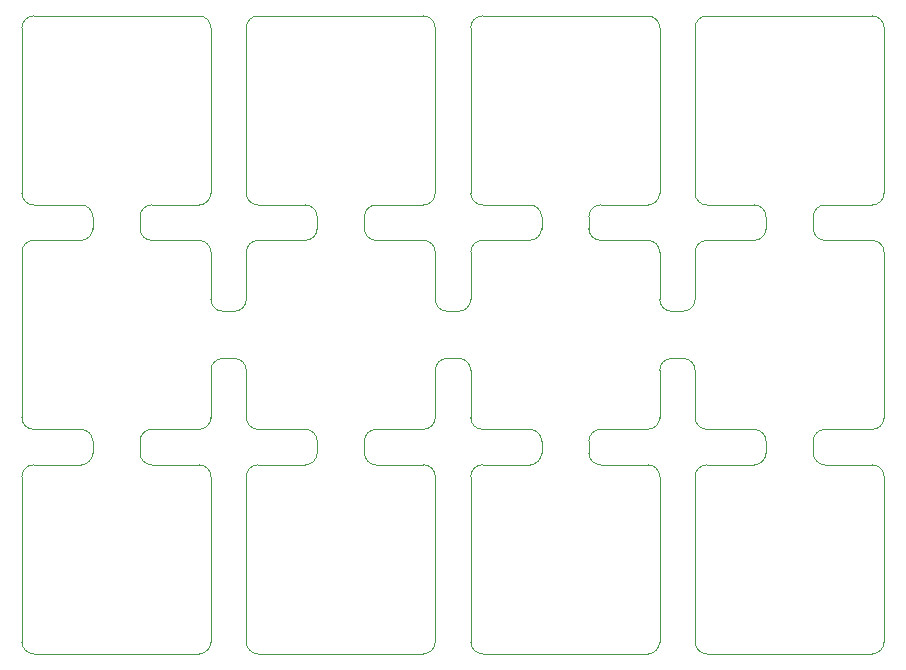
<source format=gbr>
%TF.GenerationSoftware,KiCad,Pcbnew,(5.1.9-0-10_14)*%
%TF.CreationDate,2021-09-25T06:11:46-07:00*%
%TF.ProjectId,MX-KEY-SWITCH-BOARD,4d582d4b-4559-42d5-9357-495443482d42,rev?*%
%TF.SameCoordinates,Original*%
%TF.FileFunction,Profile,NP*%
%FSLAX46Y46*%
G04 Gerber Fmt 4.6, Leading zero omitted, Abs format (unit mm)*
G04 Created by KiCad (PCBNEW (5.1.9-0-10_14)) date 2021-09-25 06:11:46*
%MOMM*%
%LPD*%
G01*
G04 APERTURE LIST*
%TA.AperFunction,Profile*%
%ADD10C,0.050000*%
%TD*%
G04 APERTURE END LIST*
D10*
X49000000Y-31000000D02*
X49000000Y-45000000D01*
X46000000Y-31000000D02*
X46000000Y-45000000D01*
X30000000Y-31000000D02*
X30000000Y-45000000D01*
X27000000Y-31000000D02*
X27000000Y-45000000D01*
X16000000Y-46000000D02*
X22000000Y-46000000D01*
X11000000Y-31000000D02*
X11000000Y-45000000D01*
X8000000Y-45000000D02*
X8000000Y-31000000D01*
X-3000000Y-46000000D02*
X7000000Y-46000000D01*
X-8000000Y-35000000D02*
X-8000000Y-41000000D01*
X-8000000Y-16000000D02*
X-8000000Y-22000000D01*
X45000000Y-46000000D02*
X31000000Y-46000000D01*
X64000000Y-46000000D02*
X50000000Y-46000000D01*
X65000000Y-45000000D02*
X65000000Y-31000000D01*
X65000000Y-22000000D02*
X65000000Y-12000000D01*
X65000000Y3000000D02*
X65000000Y-3000000D01*
X54000000Y8000000D02*
X60000000Y8000000D01*
X49000000Y3000000D02*
X49000000Y-3000000D01*
X46000000Y3000000D02*
X46000000Y-3000000D01*
X35000000Y8000000D02*
X41000000Y8000000D01*
X65000000Y7000000D02*
X65000000Y3000000D01*
X65000000Y-3000000D02*
X65000000Y-7000000D01*
X16000000Y8000000D02*
X22000000Y8000000D01*
X-8000000Y3000000D02*
X-8000000Y-3000000D01*
X-3000000Y8000000D02*
X3000000Y8000000D01*
X11000000Y3000000D02*
X11000000Y-3000000D01*
X8000000Y3000000D02*
X8000000Y-3000000D01*
X30000000Y3000000D02*
X30000000Y-3000000D01*
X27000000Y-3000000D02*
X27000000Y3000000D01*
X-2000000Y-28000000D02*
X-2000000Y-29000000D01*
X2000000Y-28000000D02*
X2000000Y-29000000D01*
X17000000Y-28000000D02*
X17000000Y-29000000D01*
X10000000Y-21000000D02*
X9000000Y-21000000D01*
X10000000Y-17000000D02*
X9000000Y-17000000D01*
X29000000Y-17000000D02*
X28000000Y-17000000D01*
X29000000Y-21000000D02*
X28000000Y-21000000D01*
X21000000Y-28000000D02*
X21000000Y-29000000D01*
X36000000Y-29000000D02*
X36000000Y-28000000D01*
X40000000Y-28000000D02*
X40000000Y-29000000D01*
X48000000Y-21000000D02*
X47000000Y-21000000D01*
X55000000Y-28000000D02*
X55000000Y-29000000D01*
X59000000Y-28000000D02*
X59000000Y-29000000D01*
X59000000Y-9000000D02*
X59000000Y-10000000D01*
X55000000Y-9000000D02*
X55000000Y-10000000D01*
X47000000Y-17000000D02*
X48000000Y-17000000D01*
X40000000Y-9000000D02*
X40000000Y-10000000D01*
X36000000Y-9000000D02*
X36000000Y-10000000D01*
X21000000Y-9000000D02*
X21000000Y-10000000D01*
X17000000Y-9000000D02*
X17000000Y-10000000D01*
X49000000Y-31000000D02*
G75*
G02*
X50000000Y-30000000I1000000J0D01*
G01*
X64000000Y-30000000D02*
G75*
G02*
X65000000Y-31000000I0J-1000000D01*
G01*
X65000000Y-45000000D02*
G75*
G02*
X64000000Y-46000000I-1000000J0D01*
G01*
X50000000Y-46000000D02*
G75*
G02*
X49000000Y-45000000I0J1000000D01*
G01*
X55000000Y-29000000D02*
G75*
G02*
X54000000Y-30000000I-1000000J0D01*
G01*
X50000000Y-30000000D02*
X54000000Y-30000000D01*
X60000000Y-30000000D02*
X64000000Y-30000000D01*
X60000000Y-30000000D02*
G75*
G02*
X59000000Y-29000000I0J1000000D01*
G01*
X30000000Y-31000000D02*
G75*
G02*
X31000000Y-30000000I1000000J0D01*
G01*
X45000000Y-30000000D02*
G75*
G02*
X46000000Y-31000000I0J-1000000D01*
G01*
X46000000Y-45000000D02*
G75*
G02*
X45000000Y-46000000I-1000000J0D01*
G01*
X31000000Y-46000000D02*
G75*
G02*
X30000000Y-45000000I0J1000000D01*
G01*
X36000000Y-29000000D02*
G75*
G02*
X35000000Y-30000000I-1000000J0D01*
G01*
X31000000Y-30000000D02*
X35000000Y-30000000D01*
X41000000Y-30000000D02*
X45000000Y-30000000D01*
X41000000Y-30000000D02*
G75*
G02*
X40000000Y-29000000I0J1000000D01*
G01*
X11000000Y-31000000D02*
G75*
G02*
X12000000Y-30000000I1000000J0D01*
G01*
X26000000Y-30000000D02*
G75*
G02*
X27000000Y-31000000I0J-1000000D01*
G01*
X27000000Y-45000000D02*
G75*
G02*
X26000000Y-46000000I-1000000J0D01*
G01*
X12000000Y-46000000D02*
G75*
G02*
X11000000Y-45000000I0J1000000D01*
G01*
X26000000Y-46000000D02*
X22000000Y-46000000D01*
X16000000Y-46000000D02*
X12000000Y-46000000D01*
X17000000Y-29000000D02*
G75*
G02*
X16000000Y-30000000I-1000000J0D01*
G01*
X12000000Y-30000000D02*
X16000000Y-30000000D01*
X22000000Y-30000000D02*
X26000000Y-30000000D01*
X22000000Y-30000000D02*
G75*
G02*
X21000000Y-29000000I0J1000000D01*
G01*
X-8000000Y-31000000D02*
G75*
G02*
X-7000000Y-30000000I1000000J0D01*
G01*
X7000000Y-30000000D02*
G75*
G02*
X8000000Y-31000000I0J-1000000D01*
G01*
X8000000Y-45000000D02*
G75*
G02*
X7000000Y-46000000I-1000000J0D01*
G01*
X-7000000Y-46000000D02*
G75*
G02*
X-8000000Y-45000000I0J1000000D01*
G01*
X-8000000Y-35000000D02*
X-8000000Y-31000000D01*
X-8000000Y-45000000D02*
X-8000000Y-41000000D01*
X-3000000Y-46000000D02*
X-7000000Y-46000000D01*
X-2000000Y-29000000D02*
G75*
G02*
X-3000000Y-30000000I-1000000J0D01*
G01*
X-7000000Y-30000000D02*
X-3000000Y-30000000D01*
X3000000Y-30000000D02*
X7000000Y-30000000D01*
X3000000Y-30000000D02*
G75*
G02*
X2000000Y-29000000I0J1000000D01*
G01*
X49000000Y-12000000D02*
G75*
G02*
X50000000Y-11000000I1000000J0D01*
G01*
X64000000Y-11000000D02*
G75*
G02*
X65000000Y-12000000I0J-1000000D01*
G01*
X65000000Y-26000000D02*
G75*
G02*
X64000000Y-27000000I-1000000J0D01*
G01*
X50000000Y-27000000D02*
G75*
G02*
X49000000Y-26000000I0J1000000D01*
G01*
X49000000Y-16000000D02*
X49000000Y-12000000D01*
X49000000Y-26000000D02*
X49000000Y-22000000D01*
X49000000Y-16000000D02*
G75*
G02*
X48000000Y-17000000I-1000000J0D01*
G01*
X48000000Y-21000000D02*
G75*
G02*
X49000000Y-22000000I0J-1000000D01*
G01*
X59000000Y-28000000D02*
G75*
G02*
X60000000Y-27000000I1000000J0D01*
G01*
X64000000Y-27000000D02*
X60000000Y-27000000D01*
X54000000Y-27000000D02*
X50000000Y-27000000D01*
X54000000Y-27000000D02*
G75*
G02*
X55000000Y-28000000I0J-1000000D01*
G01*
X65000000Y-22000000D02*
X65000000Y-26000000D01*
X55000000Y-10000000D02*
G75*
G02*
X54000000Y-11000000I-1000000J0D01*
G01*
X50000000Y-11000000D02*
X54000000Y-11000000D01*
X60000000Y-11000000D02*
X64000000Y-11000000D01*
X60000000Y-11000000D02*
G75*
G02*
X59000000Y-10000000I0J1000000D01*
G01*
X30000000Y-12000000D02*
G75*
G02*
X31000000Y-11000000I1000000J0D01*
G01*
X45000000Y-11000000D02*
G75*
G02*
X46000000Y-12000000I0J-1000000D01*
G01*
X46000000Y-26000000D02*
G75*
G02*
X45000000Y-27000000I-1000000J0D01*
G01*
X31000000Y-27000000D02*
G75*
G02*
X30000000Y-26000000I0J1000000D01*
G01*
X30000000Y-16000000D02*
X30000000Y-12000000D01*
X30000000Y-26000000D02*
X30000000Y-22000000D01*
X30000000Y-16000000D02*
G75*
G02*
X29000000Y-17000000I-1000000J0D01*
G01*
X29000000Y-21000000D02*
G75*
G02*
X30000000Y-22000000I0J-1000000D01*
G01*
X40000000Y-28000000D02*
G75*
G02*
X41000000Y-27000000I1000000J0D01*
G01*
X45000000Y-27000000D02*
X41000000Y-27000000D01*
X35000000Y-27000000D02*
X31000000Y-27000000D01*
X35000000Y-27000000D02*
G75*
G02*
X36000000Y-28000000I0J-1000000D01*
G01*
X47000000Y-17000000D02*
G75*
G02*
X46000000Y-16000000I0J1000000D01*
G01*
X46000000Y-12000000D02*
X46000000Y-16000000D01*
X46000000Y-22000000D02*
X46000000Y-26000000D01*
X46000000Y-22000000D02*
G75*
G02*
X47000000Y-21000000I1000000J0D01*
G01*
X36000000Y-10000000D02*
G75*
G02*
X35000000Y-11000000I-1000000J0D01*
G01*
X31000000Y-11000000D02*
X35000000Y-11000000D01*
X41000000Y-11000000D02*
X45000000Y-11000000D01*
X41000000Y-11000000D02*
G75*
G02*
X40000000Y-10000000I0J1000000D01*
G01*
X11000000Y-12000000D02*
G75*
G02*
X12000000Y-11000000I1000000J0D01*
G01*
X26000000Y-11000000D02*
G75*
G02*
X27000000Y-12000000I0J-1000000D01*
G01*
X27000000Y-26000000D02*
G75*
G02*
X26000000Y-27000000I-1000000J0D01*
G01*
X12000000Y-27000000D02*
G75*
G02*
X11000000Y-26000000I0J1000000D01*
G01*
X11000000Y-16000000D02*
X11000000Y-12000000D01*
X11000000Y-26000000D02*
X11000000Y-22000000D01*
X11000000Y-16000000D02*
G75*
G02*
X10000000Y-17000000I-1000000J0D01*
G01*
X10000000Y-21000000D02*
G75*
G02*
X11000000Y-22000000I0J-1000000D01*
G01*
X21000000Y-28000000D02*
G75*
G02*
X22000000Y-27000000I1000000J0D01*
G01*
X26000000Y-27000000D02*
X22000000Y-27000000D01*
X16000000Y-27000000D02*
X12000000Y-27000000D01*
X16000000Y-27000000D02*
G75*
G02*
X17000000Y-28000000I0J-1000000D01*
G01*
X28000000Y-17000000D02*
G75*
G02*
X27000000Y-16000000I0J1000000D01*
G01*
X27000000Y-12000000D02*
X27000000Y-16000000D01*
X27000000Y-22000000D02*
X27000000Y-26000000D01*
X27000000Y-22000000D02*
G75*
G02*
X28000000Y-21000000I1000000J0D01*
G01*
X17000000Y-10000000D02*
G75*
G02*
X16000000Y-11000000I-1000000J0D01*
G01*
X12000000Y-11000000D02*
X16000000Y-11000000D01*
X22000000Y-11000000D02*
X26000000Y-11000000D01*
X22000000Y-11000000D02*
G75*
G02*
X21000000Y-10000000I0J1000000D01*
G01*
X-8000000Y-12000000D02*
G75*
G02*
X-7000000Y-11000000I1000000J0D01*
G01*
X7000000Y-11000000D02*
G75*
G02*
X8000000Y-12000000I0J-1000000D01*
G01*
X8000000Y-26000000D02*
G75*
G02*
X7000000Y-27000000I-1000000J0D01*
G01*
X-7000000Y-27000000D02*
G75*
G02*
X-8000000Y-26000000I0J1000000D01*
G01*
X-8000000Y-16000000D02*
X-8000000Y-12000000D01*
X-8000000Y-26000000D02*
X-8000000Y-22000000D01*
X2000000Y-28000000D02*
G75*
G02*
X3000000Y-27000000I1000000J0D01*
G01*
X7000000Y-27000000D02*
X3000000Y-27000000D01*
X-3000000Y-27000000D02*
X-7000000Y-27000000D01*
X-3000000Y-27000000D02*
G75*
G02*
X-2000000Y-28000000I0J-1000000D01*
G01*
X9000000Y-17000000D02*
G75*
G02*
X8000000Y-16000000I0J1000000D01*
G01*
X8000000Y-12000000D02*
X8000000Y-16000000D01*
X8000000Y-22000000D02*
X8000000Y-26000000D01*
X8000000Y-22000000D02*
G75*
G02*
X9000000Y-21000000I1000000J0D01*
G01*
X-2000000Y-10000000D02*
G75*
G02*
X-3000000Y-11000000I-1000000J0D01*
G01*
X-7000000Y-11000000D02*
X-3000000Y-11000000D01*
X3000000Y-11000000D02*
X7000000Y-11000000D01*
X3000000Y-11000000D02*
G75*
G02*
X2000000Y-10000000I0J1000000D01*
G01*
X49000000Y7000000D02*
G75*
G02*
X50000000Y8000000I1000000J0D01*
G01*
X64000000Y8000000D02*
G75*
G02*
X65000000Y7000000I0J-1000000D01*
G01*
X65000000Y-7000000D02*
G75*
G02*
X64000000Y-8000000I-1000000J0D01*
G01*
X50000000Y-8000000D02*
G75*
G02*
X49000000Y-7000000I0J1000000D01*
G01*
X49000000Y3000000D02*
X49000000Y7000000D01*
X49000000Y-7000000D02*
X49000000Y-3000000D01*
X59000000Y-9000000D02*
G75*
G02*
X60000000Y-8000000I1000000J0D01*
G01*
X64000000Y-8000000D02*
X60000000Y-8000000D01*
X54000000Y-8000000D02*
X50000000Y-8000000D01*
X54000000Y-8000000D02*
G75*
G02*
X55000000Y-9000000I0J-1000000D01*
G01*
X50000000Y8000000D02*
X54000000Y8000000D01*
X60000000Y8000000D02*
X64000000Y8000000D01*
X30000000Y7000000D02*
G75*
G02*
X31000000Y8000000I1000000J0D01*
G01*
X45000000Y8000000D02*
G75*
G02*
X46000000Y7000000I0J-1000000D01*
G01*
X46000000Y-7000000D02*
G75*
G02*
X45000000Y-8000000I-1000000J0D01*
G01*
X31000000Y-8000000D02*
G75*
G02*
X30000000Y-7000000I0J1000000D01*
G01*
X30000000Y3000000D02*
X30000000Y7000000D01*
X30000000Y-7000000D02*
X30000000Y-3000000D01*
X40000000Y-9000000D02*
G75*
G02*
X41000000Y-8000000I1000000J0D01*
G01*
X45000000Y-8000000D02*
X41000000Y-8000000D01*
X35000000Y-8000000D02*
X31000000Y-8000000D01*
X35000000Y-8000000D02*
G75*
G02*
X36000000Y-9000000I0J-1000000D01*
G01*
X46000000Y7000000D02*
X46000000Y3000000D01*
X46000000Y-3000000D02*
X46000000Y-7000000D01*
X31000000Y8000000D02*
X35000000Y8000000D01*
X41000000Y8000000D02*
X45000000Y8000000D01*
X11000000Y7000000D02*
G75*
G02*
X12000000Y8000000I1000000J0D01*
G01*
X26000000Y8000000D02*
G75*
G02*
X27000000Y7000000I0J-1000000D01*
G01*
X27000000Y-7000000D02*
G75*
G02*
X26000000Y-8000000I-1000000J0D01*
G01*
X12000000Y-8000000D02*
G75*
G02*
X11000000Y-7000000I0J1000000D01*
G01*
X11000000Y3000000D02*
X11000000Y7000000D01*
X11000000Y-7000000D02*
X11000000Y-3000000D01*
X21000000Y-9000000D02*
G75*
G02*
X22000000Y-8000000I1000000J0D01*
G01*
X26000000Y-8000000D02*
X22000000Y-8000000D01*
X16000000Y-8000000D02*
X12000000Y-8000000D01*
X16000000Y-8000000D02*
G75*
G02*
X17000000Y-9000000I0J-1000000D01*
G01*
X27000000Y7000000D02*
X27000000Y3000000D01*
X27000000Y-3000000D02*
X27000000Y-7000000D01*
X12000000Y8000000D02*
X16000000Y8000000D01*
X22000000Y8000000D02*
X26000000Y8000000D01*
X3000000Y8000000D02*
X7000000Y8000000D01*
X-7000000Y8000000D02*
X-3000000Y8000000D01*
X8000000Y-3000000D02*
X8000000Y-7000000D01*
X8000000Y7000000D02*
X8000000Y3000000D01*
X-3000000Y-8000000D02*
G75*
G02*
X-2000000Y-9000000I0J-1000000D01*
G01*
X-3000000Y-8000000D02*
X-7000000Y-8000000D01*
X2000000Y-10000000D02*
X2000000Y-9000000D01*
X-2000000Y-9000000D02*
X-2000000Y-10000000D01*
X7000000Y-8000000D02*
X3000000Y-8000000D01*
X2000000Y-9000000D02*
G75*
G02*
X3000000Y-8000000I1000000J0D01*
G01*
X-8000000Y-7000000D02*
X-8000000Y-3000000D01*
X-8000000Y3000000D02*
X-8000000Y7000000D01*
X-7000000Y-8000000D02*
G75*
G02*
X-8000000Y-7000000I0J1000000D01*
G01*
X8000000Y-7000000D02*
G75*
G02*
X7000000Y-8000000I-1000000J0D01*
G01*
X7000000Y8000000D02*
G75*
G02*
X8000000Y7000000I0J-1000000D01*
G01*
X-8000000Y7000000D02*
G75*
G02*
X-7000000Y8000000I1000000J0D01*
G01*
M02*

</source>
